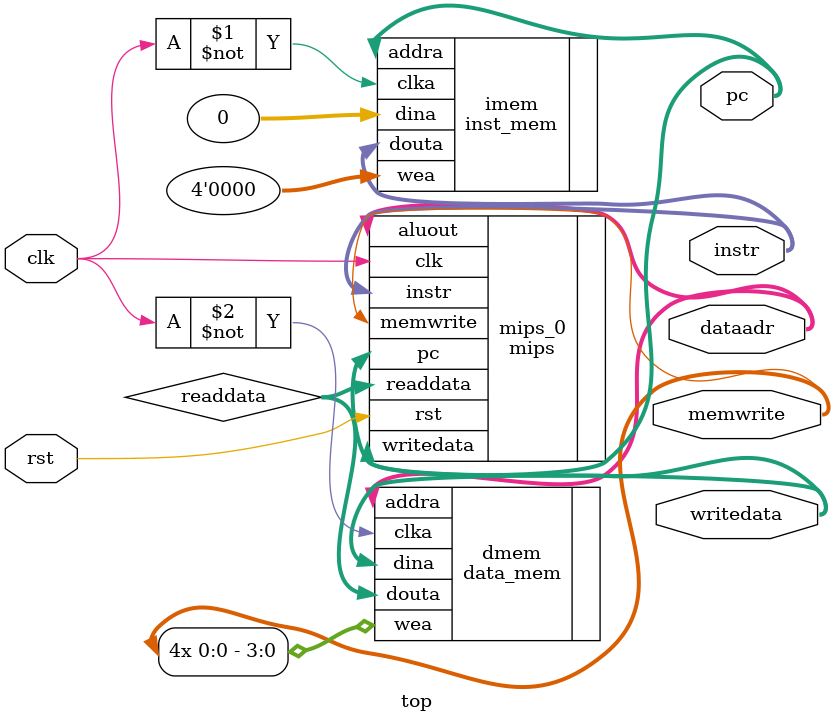
<source format=v>
`timescale 1ns / 1ps


module top(
	input wire clk,rst,
	output wire[31:0] pc,writedata,instr,dataadr,//为了仿真显示加的instr输出
	output wire memwrite
    );
	// wire clk;
	wire[31:0] readdata;


	//   clk_div instance_name(
 //    	// Clock out ports
	//     .clk_out1(hclk),     // output clk_out1
	//    // Clock in ports
	//     .clk_in1(clk)
 //    	); 
   	


 	mips mips_0(
 		.clk(clk),
 		.rst(rst),
 		.instr(instr),
 		.memwrite(memwrite),
 		.aluout(dataadr),
 		.writedata(writedata),
 		.readdata(readdata),
 		.pc(pc)
 	);

	inst_mem imem(
		.clka(~clk),
		.addra(pc),
		.douta(instr),
		.wea(4'b0),
		.dina(32'b0)
	);
	
	data_mem dmem(
		.clka(~clk),
		.wea({4{memwrite}}),
		.addra(dataadr),
		.dina(writedata),
		.douta(readdata)
	);

endmodule

</source>
